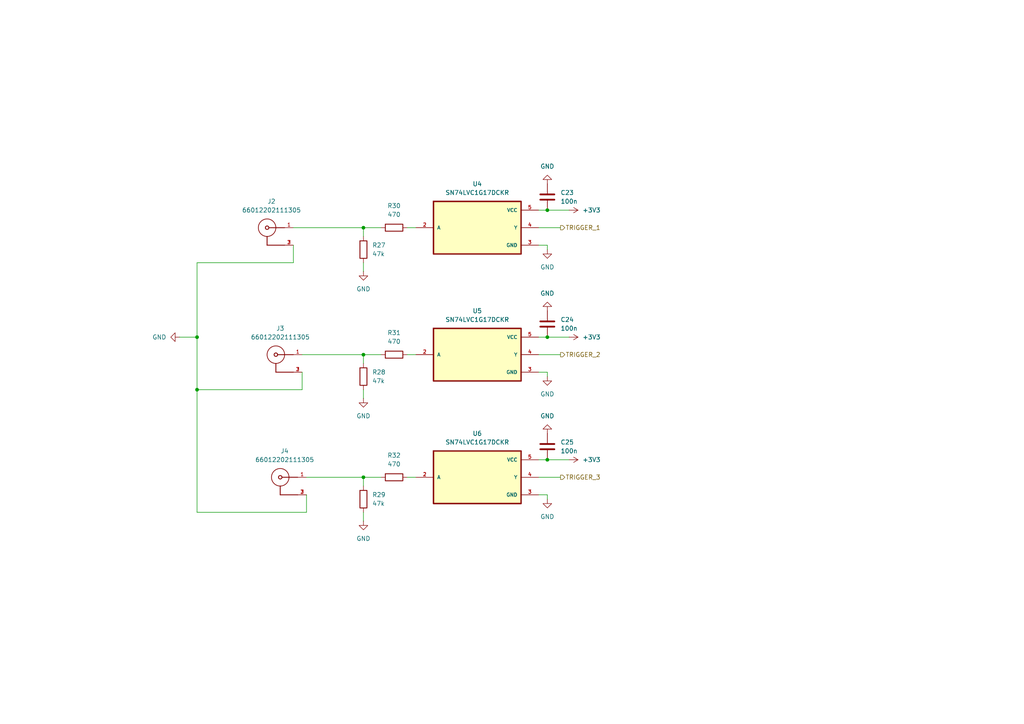
<source format=kicad_sch>
(kicad_sch (version 20250114) (generator "eeschema") (generator_version "9.0")
  (paper "A4")
  (title_block (title "Input Trigger Ports") (date "2025-10-31") (rev "0.1") (company "OpenPIV Consortium") (comment 1 "Input ports for external triggers"))
  (lib_symbols
    (symbol "66012202111305:66012202111305" (pin_names (offset 1.016))
      (property "Reference" "J" (at 0 3.54 0))
      (property "Value" "66012202111305" (at -5.08 -8.08 0))
      (symbol "66012202111305_0_0"
        (circle (center 0 0) (radius 0.5) (stroke (width 0.254)))
        (circle (center 0 0) (radius 2.54) (stroke (width 0.2)))
        (polyline (pts (xy 0 -2.54) (xy 0 -5.08)) (stroke (width 0.254)))
        (polyline (pts (xy 0 -5.08) (xy 5.08 -5.08)) (stroke (width 0.254)))
        (polyline (pts (xy 5.08 0) (xy 0.54 0)) (stroke (width 0.254)))
        (pin passive line (at 7.62 0 180) (length 2.54) (name "~") (number "1"))
        (pin passive line (at 7.62 -5.08 180) (length 2.54) (name "~") (number "2"))
        (pin passive line (at 7.62 -5.08 180) (length 2.54) (name "~") (number "3"))
      )
    )
    (symbol "Device:C" (pin_numbers (hide yes)) (pin_names (offset 0.254))
      (property "Reference" "C" (at 0.635 2.54 0))
      (property "Value" "C" (at 0.635 -2.54 0))
      (symbol "C_0_1"
        (polyline (pts (xy -2.032 0.762) (xy 2.032 0.762)) (stroke (width 0.508)))
        (polyline (pts (xy -2.032 -0.762) (xy 2.032 -0.762)) (stroke (width 0.508)))
      )
      (symbol "C_1_1"
        (pin passive line (at 0 3.81 270) (length 2.794) (name "~") (number "1"))
        (pin passive line (at 0 -3.81 90) (length 2.794) (name "~") (number "2"))
      )
    )
    (symbol "Device:R" (pin_numbers (hide yes)) (pin_names (offset 0))
      (property "Reference" "R" (at 2.032 0 90))
      (property "Value" "R" (at 0 0 90))
      (symbol "R_0_1"
        (rectangle (start -1.016 -2.54) (end 1.016 2.54) (stroke (width 0.254)))
      )
      (symbol "R_1_1"
        (pin passive line (at 0 3.81 270) (length 1.27) (name "~") (number "1"))
        (pin passive line (at 0 -3.81 90) (length 1.27) (name "~") (number "2"))
      )
    )
    (symbol "SN74LVC1G17DCKR:SN74LVC1G17DCKR" (pin_names (offset 1.016))
      (property "Reference" "U" (at -12.7 8.62 0))
      (property "Value" "SN74LVC1G17DCKR" (at -12.7 -11.62 0))
      (symbol "SN74LVC1G17DCKR_0_0"
        (rectangle (start -12.7 -7.62) (end 12.7 7.62) (stroke (width 0.41)) (fill (type background)))
        (pin input line (at -17.78 0 0) (length 5.08) (name "A") (number "2"))
        (pin power_in line (at 17.78 5.08 180) (length 5.08) (name "VCC") (number "5"))
        (pin output line (at 17.78 0 180) (length 5.08) (name "Y") (number "4"))
        (pin power_in line (at 17.78 -5.08 180) (length 5.08) (name "GND") (number "3"))
      )
    )
    (symbol "power:+3V3" (power) (pin_numbers (hide yes)) (pin_names (offset 0) (hide yes))
      (property "Value" "+3V3" (at 0 3.556 0))
      (symbol "+3V3_0_1"
        (polyline (pts (xy -0.762 1.27) (xy 0 2.54)))
        (polyline (pts (xy 0 2.54) (xy 0.762 1.27)))
        (polyline (pts (xy 0 0) (xy 0 2.54)))
      )
      (symbol "+3V3_1_1"
        (pin power_in line (at 0 0 90) (length 0) (name "~") (number "1"))
      )
    )
    (symbol "power:GND" (power) (pin_numbers (hide yes)) (pin_names (offset 0) (hide yes))
      (property "Value" "GND" (at 0 -3.81 0))
      (symbol "GND_0_1"
        (polyline (pts (xy 0 0) (xy 0 -1.27) (xy 1.27 -1.27) (xy 0 -2.54) (xy -1.27 -1.27) (xy 0 -1.27)))
      )
      (symbol "GND_1_1"
        (pin power_in line (at 0 0 270) (length 0) (name "~") (number "1"))
      )
    )
  )
  (junction (at 158.75 133.35))
  (junction (at 158.75 97.79))
  (junction (at 57.15 113.03))
  (junction (at 158.75 60.96))
  (junction (at 105.41 66.04))
  (junction (at 105.41 102.87))
  (junction (at 57.15 97.79))
  (junction (at 105.41 138.43))
  (wire (pts (xy 158.75 109.22) (xy 158.75 107.95)))
  (wire (pts (xy 156.21 102.87) (xy 162.56 102.87)))
  (wire (pts (xy 156.21 133.35) (xy 158.75 133.35)))
  (wire (pts (xy 158.75 72.39) (xy 158.75 71.12)))
  (wire (pts (xy 156.21 97.79) (xy 158.75 97.79)))
  (wire (pts (xy 57.15 76.2) (xy 57.15 97.79)))
  (wire (pts (xy 105.41 148.59) (xy 105.41 151.13)))
  (wire (pts (xy 87.63 102.87) (xy 105.41 102.87)))
  (wire (pts (xy 87.63 113.03) (xy 57.15 113.03)))
  (wire (pts (xy 158.75 97.79) (xy 165.1 97.79)))
  (wire (pts (xy 85.09 66.04) (xy 105.41 66.04)))
  (wire (pts (xy 158.75 143.51) (xy 156.21 143.51)))
  (wire (pts (xy 87.63 107.95) (xy 87.63 113.03)))
  (wire (pts (xy 110.49 138.43) (xy 105.41 138.43)))
  (wire (pts (xy 156.21 138.43) (xy 162.56 138.43)))
  (wire (pts (xy 156.21 60.96) (xy 158.75 60.96)))
  (wire (pts (xy 158.75 71.12) (xy 156.21 71.12)))
  (wire (pts (xy 105.41 76.2) (xy 105.41 78.74)))
  (wire (pts (xy 88.9 138.43) (xy 105.41 138.43)))
  (wire (pts (xy 85.09 76.2) (xy 57.15 76.2)))
  (wire (pts (xy 118.11 66.04) (xy 120.65 66.04)))
  (wire (pts (xy 158.75 107.95) (xy 156.21 107.95)))
  (wire (pts (xy 158.75 144.78) (xy 158.75 143.51)))
  (wire (pts (xy 105.41 138.43) (xy 105.41 140.97)))
  (wire (pts (xy 57.15 113.03) (xy 57.15 148.59)))
  (wire (pts (xy 158.75 133.35) (xy 165.1 133.35)))
  (wire (pts (xy 110.49 102.87) (xy 105.41 102.87)))
  (wire (pts (xy 88.9 148.59) (xy 57.15 148.59)))
  (wire (pts (xy 110.49 66.04) (xy 105.41 66.04)))
  (wire (pts (xy 118.11 138.43) (xy 120.65 138.43)))
  (wire (pts (xy 85.09 71.12) (xy 85.09 76.2)))
  (wire (pts (xy 105.41 102.87) (xy 105.41 105.41)))
  (wire (pts (xy 105.41 66.04) (xy 105.41 68.58)))
  (wire (pts (xy 57.15 113.03) (xy 57.15 97.79)))
  (wire (pts (xy 52.07 97.79) (xy 57.15 97.79)))
  (wire (pts (xy 158.75 60.96) (xy 165.1 60.96)))
  (wire (pts (xy 88.9 143.51) (xy 88.9 148.59)))
  (wire (pts (xy 105.41 113.03) (xy 105.41 115.57)))
  (wire (pts (xy 118.11 102.87) (xy 120.65 102.87)))
  (wire (pts (xy 156.21 66.04) (xy 162.56 66.04)))
  (hierarchical_label "TRIGGER_3" (shape output) (at 162.56 138.43 0))
  (hierarchical_label "TRIGGER_1" (shape output) (at 162.56 66.04 0))
  (hierarchical_label "TRIGGER_2" (shape output) (at 162.56 102.87 0))
  (symbol (lib_id "power:GND") (at 158.75 109.22 0) (unit 1)
    (property "Reference" "#PWR020" (effects (hide yes)))
    (property "Value" "GND" (at 158.75 114.3 0))
    (property "Description" "Power symbol creates a global label with name \"GND\" , ground" (effects (hide yes)))
  )
  (symbol (lib_id "SN74LVC1G17DCKR:SN74LVC1G17DCKR") (at 138.43 138.43 0) (unit 1)
    (property "Reference" "U6" (at 138.43 125.73 0))
    (property "Value" "SN74LVC1G17DCKR" (at 138.43 128.27 0))
    (property "Footprint" "SN74LVC1G17DCKR:SOT65P210X110-5N" (effects (hide yes)))
    (property "DigiKey_Part_Number" "296-11934-1-ND" (effects (hide yes)))
    (property "SnapEDA_Link" "https://www.snapeda.com/parts/SN74LVC1G17DCKR/Texas+Instruments/view-part/?ref=snap" (effects (hide yes)))
    (property "Description_1" "Single 1.65-V to 5.5-V buffer with Schmitt-Trigger inputs" (effects (hide yes)))
    (property "MF" "Texas Instruments" (effects (hide yes)))
    (property "Package" "SC70-5 Texas Instruments" (effects (hide yes)))
    (property "Check_prices" "https://www.snapeda.com/parts/SN74LVC1G17DCKR/Texas+Instruments/view-part/?ref=eda" (effects (hide yes)))
    (property "MP" "SN74LVC1G17DCKR" (effects (hide yes)))
  )
  (symbol (lib_id "Device:C") (at 158.75 129.54 180) (unit 1)
    (property "Reference" "C25" (at 162.56 128.2699 0) (effects (justify right)))
    (property "Value" "100n" (at 162.56 130.8099 0) (effects (justify right)))
    (property "Footprint" "RP2350_80QFN_minimal:C_0402_1005Metric_small_pads" (effects (hide yes)))
    (property "Description" "Unpolarized capacitor" (effects (hide yes)))
  )
  (symbol (lib_id "power:GND") (at 158.75 90.17 180) (unit 1)
    (property "Reference" "#PWR019" (effects (hide yes)))
    (property "Value" "GND" (at 158.75 85.09 0))
    (property "Description" "Power symbol creates a global label with name \"GND\" , ground" (effects (hide yes)))
  )
  (symbol (lib_id "power:GND") (at 158.75 144.78 0) (unit 1)
    (property "Reference" "#PWR024" (effects (hide yes)))
    (property "Value" "GND" (at 158.75 149.86 0))
    (property "Description" "Power symbol creates a global label with name \"GND\" , ground" (effects (hide yes)))
  )
  (symbol (lib_id "Device:R") (at 105.41 144.78 0) (unit 1)
    (property "Reference" "R29" (at 107.95 143.5099 0) (effects (justify left)))
    (property "Value" "47k" (at 107.95 146.0499 0) (effects (justify left)))
    (property "Footprint" "Resistor_SMD:R_0402_1005Metric" (effects (hide yes)))
    (property "Description" "Resistor" (effects (hide yes)))
  )
  (symbol (lib_id "power:GND") (at 52.07 97.79 270) (unit 1)
    (property "Reference" "#PWR068" (effects (hide yes)))
    (property "Value" "GND" (at 48.26 97.7899 90) (effects (justify right)))
    (property "Description" "Power symbol creates a global label with name \"GND\" , ground" (effects (hide yes)))
  )
  (symbol (lib_id "Device:R") (at 114.3 138.43 90) (unit 1)
    (property "Reference" "R32" (at 114.3 132.08 90))
    (property "Value" "470" (at 114.3 134.62 90))
    (property "Footprint" "Resistor_SMD:R_0402_1005Metric" (effects (hide yes)))
    (property "Description" "Resistor" (effects (hide yes)))
  )
  (symbol (lib_id "Device:R") (at 114.3 102.87 90) (unit 1)
    (property "Reference" "R31" (at 114.3 96.52 90))
    (property "Value" "470" (at 114.3 99.06 90))
    (property "Footprint" "Resistor_SMD:R_0402_1005Metric" (effects (hide yes)))
    (property "Description" "Resistor" (effects (hide yes)))
  )
  (symbol (lib_id "power:+3V3") (at 165.1 97.79 270) (unit 1)
    (property "Reference" "#PWR021" (effects (hide yes)))
    (property "Value" "+3V3" (at 168.91 97.7899 90) (effects (justify left)))
    (property "Description" "Power symbol creates a global label with name \"+3V3\"" (effects (hide yes)))
  )
  (symbol (lib_id "SN74LVC1G17DCKR:SN74LVC1G17DCKR") (at 138.43 66.04 0) (unit 1)
    (property "Reference" "U4" (at 138.43 53.34 0))
    (property "Value" "SN74LVC1G17DCKR" (at 138.43 55.88 0))
    (property "Footprint" "SN74LVC1G17DCKR:SOT65P210X110-5N" (effects (hide yes)))
    (property "DigiKey_Part_Number" "296-11934-1-ND" (effects (hide yes)))
    (property "SnapEDA_Link" "https://www.snapeda.com/parts/SN74LVC1G17DCKR/Texas+Instruments/view-part/?ref=snap" (effects (hide yes)))
    (property "Description_1" "Single 1.65-V to 5.5-V buffer with Schmitt-Trigger inputs" (effects (hide yes)))
    (property "MF" "Texas Instruments" (effects (hide yes)))
    (property "Package" "SC70-5 Texas Instruments" (effects (hide yes)))
    (property "Check_prices" "https://www.snapeda.com/parts/SN74LVC1G17DCKR/Texas+Instruments/view-part/?ref=eda" (effects (hide yes)))
    (property "MP" "SN74LVC1G17DCKR" (effects (hide yes)))
  )
  (symbol (lib_id "Device:R") (at 105.41 72.39 0) (unit 1)
    (property "Reference" "R27" (at 107.95 71.1199 0) (effects (justify left)))
    (property "Value" "47k" (at 107.95 73.6599 0) (effects (justify left)))
    (property "Footprint" "Resistor_SMD:R_0402_1005Metric" (effects (hide yes)))
    (property "Description" "Resistor" (effects (hide yes)))
  )
  (symbol (lib_id "Device:R") (at 114.3 66.04 90) (unit 1)
    (property "Reference" "R30" (at 114.3 59.69 90))
    (property "Value" "470" (at 114.3 62.23 90))
    (property "Footprint" "Resistor_SMD:R_0402_1005Metric" (effects (hide yes)))
    (property "Description" "Resistor" (effects (hide yes)))
  )
  (symbol (lib_id "power:GND") (at 105.41 151.13 0) (unit 1)
    (property "Reference" "#PWR022" (effects (hide yes)))
    (property "Value" "GND" (at 105.41 156.21 0))
    (property "Description" "Power symbol creates a global label with name \"GND\" , ground" (effects (hide yes)))
  )
  (symbol (lib_id "power:GND") (at 105.41 115.57 0) (unit 1)
    (property "Reference" "#PWR018" (effects (hide yes)))
    (property "Value" "GND" (at 105.41 120.65 0))
    (property "Description" "Power symbol creates a global label with name \"GND\" , ground" (effects (hide yes)))
  )
  (symbol (lib_id "66012202111305:66012202111305") (at 81.28 138.43 0) (unit 1)
    (property "Reference" "J4" (at 82.5635 130.81 0))
    (property "Value" "66012202111305" (at 82.5635 133.35 0))
    (property "Footprint" "66012202111305:66012202111305" (effects (hide yes)))
  )
  (symbol (lib_id "power:GND") (at 158.75 53.34 180) (unit 1)
    (property "Reference" "#PWR014" (effects (hide yes)))
    (property "Value" "GND" (at 158.75 48.26 0))
    (property "Description" "Power symbol creates a global label with name \"GND\" , ground" (effects (hide yes)))
  )
  (symbol (lib_id "power:GND") (at 158.75 72.39 0) (unit 1)
    (property "Reference" "#PWR016" (effects (hide yes)))
    (property "Value" "GND" (at 158.75 77.47 0))
    (property "Description" "Power symbol creates a global label with name \"GND\" , ground" (effects (hide yes)))
  )
  (symbol (lib_id "power:GND") (at 158.75 125.73 180) (unit 1)
    (property "Reference" "#PWR023" (effects (hide yes)))
    (property "Value" "GND" (at 158.75 120.65 0))
    (property "Description" "Power symbol creates a global label with name \"GND\" , ground" (effects (hide yes)))
  )
  (symbol (lib_id "66012202111305:66012202111305") (at 80.01 102.87 0) (unit 1)
    (property "Reference" "J3" (at 81.2935 95.25 0))
    (property "Value" "66012202111305" (at 81.2935 97.79 0))
    (property "Footprint" "66012202111305:66012202111305" (effects (hide yes)))
  )
  (symbol (lib_id "power:GND") (at 105.41 78.74 0) (unit 1)
    (property "Reference" "#PWR017" (effects (hide yes)))
    (property "Value" "GND" (at 105.41 83.82 0))
    (property "Description" "Power symbol creates a global label with name \"GND\" , ground" (effects (hide yes)))
  )
  (symbol (lib_id "power:+3V3") (at 165.1 60.96 270) (unit 1)
    (property "Reference" "#PWR013" (effects (hide yes)))
    (property "Value" "+3V3" (at 168.91 60.9599 90) (effects (justify left)))
    (property "Description" "Power symbol creates a global label with name \"+3V3\"" (effects (hide yes)))
  )
  (symbol (lib_id "power:+3V3") (at 165.1 133.35 270) (unit 1)
    (property "Reference" "#PWR025" (effects (hide yes)))
    (property "Value" "+3V3" (at 168.91 133.3499 90) (effects (justify left)))
    (property "Description" "Power symbol creates a global label with name \"+3V3\"" (effects (hide yes)))
  )
  (symbol (lib_id "Device:C") (at 158.75 93.98 180) (unit 1)
    (property "Reference" "C24" (at 162.56 92.7099 0) (effects (justify right)))
    (property "Value" "100n" (at 162.56 95.2499 0) (effects (justify right)))
    (property "Footprint" "RP2350_80QFN_minimal:C_0402_1005Metric_small_pads" (effects (hide yes)))
    (property "Description" "Unpolarized capacitor" (effects (hide yes)))
  )
  (symbol (lib_id "Device:R") (at 105.41 109.22 0) (unit 1)
    (property "Reference" "R28" (at 107.95 107.9499 0) (effects (justify left)))
    (property "Value" "47k" (at 107.95 110.4899 0) (effects (justify left)))
    (property "Footprint" "Resistor_SMD:R_0402_1005Metric" (effects (hide yes)))
    (property "Description" "Resistor" (effects (hide yes)))
  )
  (symbol (lib_id "Device:C") (at 158.75 57.15 180) (unit 1)
    (property "Reference" "C23" (at 162.56 55.8799 0) (effects (justify right)))
    (property "Value" "100n" (at 162.56 58.4199 0) (effects (justify right)))
    (property "Footprint" "RP2350_80QFN_minimal:C_0402_1005Metric_small_pads" (effects (hide yes)))
    (property "Description" "Unpolarized capacitor" (effects (hide yes)))
  )
  (symbol (lib_id "66012202111305:66012202111305") (at 77.47 66.04 0) (unit 1)
    (property "Reference" "J2" (at 78.7535 58.42 0))
    (property "Value" "66012202111305" (at 78.7535 60.96 0))
    (property "Footprint" "66012202111305:66012202111305" (effects (hide yes)))
  )
  (symbol (lib_id "SN74LVC1G17DCKR:SN74LVC1G17DCKR") (at 138.43 102.87 0) (unit 1)
    (property "Reference" "U5" (at 138.43 90.17 0))
    (property "Value" "SN74LVC1G17DCKR" (at 138.43 92.71 0))
    (property "Footprint" "SN74LVC1G17DCKR:SOT65P210X110-5N" (effects (hide yes)))
    (property "DigiKey_Part_Number" "296-11934-1-ND" (effects (hide yes)))
    (property "SnapEDA_Link" "https://www.snapeda.com/parts/SN74LVC1G17DCKR/Texas+Instruments/view-part/?ref=snap" (effects (hide yes)))
    (property "Description_1" "Single 1.65-V to 5.5-V buffer with Schmitt-Trigger inputs" (effects (hide yes)))
    (property "MF" "Texas Instruments" (effects (hide yes)))
    (property "Package" "SC70-5 Texas Instruments" (effects (hide yes)))
    (property "Check_prices" "https://www.snapeda.com/parts/SN74LVC1G17DCKR/Texas+Instruments/view-part/?ref=eda" (effects (hide yes)))
    (property "MP" "SN74LVC1G17DCKR" (effects (hide yes)))
  )
)
</source>
